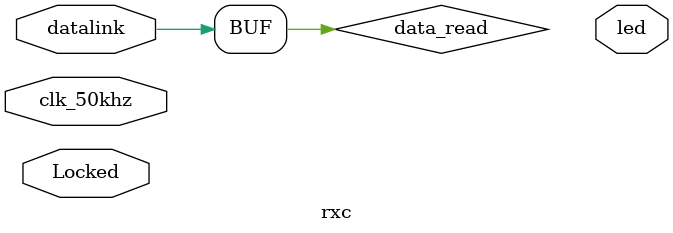
<source format=v>
`timescale 1ns / 1ps
module rxc(
		clk_50khz,
		Locked,
		led,
		datalink
    );
	 
input clk_50khz,Locked;
output led;
inout datalink;

wire rx_in;
reg led,read_trig,count_en;
reg rx_data,rx_data_r;
reg[1:0] count,state;

assign data_read = datalink;
/*
parameter IDLE	 = 2'b00;
parameter READ	 = 2'b01;
parameter WRITE = 2'b10;

always @(posedge i_clk)begin
	rx_data_r<=rx_in;
	rx_data<=rx_data_r;
end

always @(posedge i_clk)begin
	if(Locked)begin
		case(state)
			IDLE : begin
				
			end
		endcase
	end else begin
	
	end
end*/
endmodule

</source>
